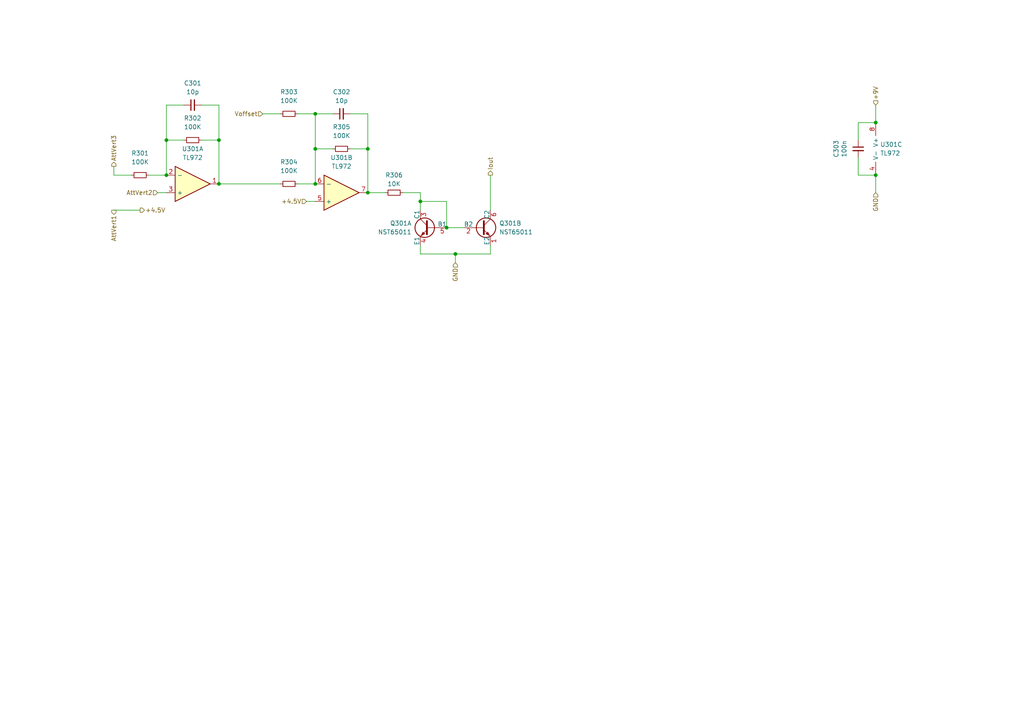
<source format=kicad_sch>
(kicad_sch (version 20211123) (generator eeschema)
  (paper "A4")
  (lib_symbols
    (symbol "Device:C_Small" (pin_numbers hide) (pin_names (offset 0.254) hide)
      (property "Reference" "C" (at 0.254 1.778 0))
      (property "Value" "C_Small" (at 0.254 -2.032 0))
      (symbol "C_Small_0_1"
        (polyline (pts (xy -1.524 -0.508) (xy 1.524 -0.508)) (stroke (width 0.3302)))
        (polyline (pts (xy -1.524 0.508) (xy 1.524 0.508)) (stroke (width 0.3048)))
      )
      (symbol "C_Small_1_1"
        (pin passive line (at 0 2.54 270) (length 2.032) (name "~") (number "1"))
        (pin passive line (at 0 -2.54 90) (length 2.032) (name "~") (number "2"))
      )
    )
    (symbol "Device:Opamp_Dual"
      (property "Reference" "U" (at 0 5.08 0))
      (property "Value" "Opamp_Dual" (at 0 -5.08 0))
      (symbol "Opamp_Dual_1_1"
        (polyline (pts (xy -5.08 5.08) (xy 5.08 0) (xy -5.08 -5.08) (xy -5.08 5.08)) (stroke (width 0.254)) (fill (type background)))
        (pin output line (at 7.62 0 180) (length 2.54) (name "~") (number "1"))
        (pin input line (at -7.62 -2.54 0) (length 2.54) (name "-") (number "2"))
        (pin input line (at -7.62 2.54 0) (length 2.54) (name "+") (number "3"))
      )
      (symbol "Opamp_Dual_2_1"
        (polyline (pts (xy -5.08 5.08) (xy 5.08 0) (xy -5.08 -5.08) (xy -5.08 5.08)) (stroke (width 0.254)) (fill (type background)))
        (pin input line (at -7.62 2.54 0) (length 2.54) (name "+") (number "5"))
        (pin input line (at -7.62 -2.54 0) (length 2.54) (name "-") (number "6"))
        (pin output line (at 7.62 0 180) (length 2.54) (name "~") (number "7"))
      )
      (symbol "Opamp_Dual_3_1"
        (pin power_in line (at -2.54 -7.62 90) (length 3.81) (name "V-") (number "4"))
        (pin power_in line (at -2.54 7.62 270) (length 3.81) (name "V+") (number "8"))
      )
    )
    (symbol "Device:R_Small" (pin_numbers hide) (pin_names (offset 0.254) hide)
      (property "Reference" "R" (at 0.762 0.508 0))
      (property "Value" "R_Small" (at 0.762 -1.016 0))
      (symbol "R_Small_0_1"
        (rectangle (start -0.762 1.778) (end 0.762 -1.778) (stroke (width 0.2032)))
      )
      (symbol "R_Small_1_1"
        (pin passive line (at 0 2.54 270) (length 0.762) (name "~") (number "1"))
        (pin passive line (at 0 -2.54 90) (length 0.762) (name "~") (number "2"))
      )
    )
    (symbol "pedals:NST65011" (pin_names (offset 0))
      (property "Reference" "Q" (at 5.08 1.27 0))
      (property "Value" "NST65011" (at 5.08 -1.27 0))
      (symbol "NST65011_0_1"
        (polyline (pts (xy 0.635 0) (xy -2.54 0)))
        (polyline (pts (xy 0.635 0.635) (xy 2.54 2.54)))
        (polyline (pts (xy 0.635 -0.635) (xy 2.54 -2.54) (xy 2.54 -2.54)))
        (polyline (pts (xy 0.635 1.905) (xy 0.635 -1.905) (xy 0.635 -1.905)) (stroke (width 0.508)))
        (polyline (pts (xy 1.27 -1.778) (xy 1.778 -1.27) (xy 2.286 -2.286) (xy 1.27 -1.778) (xy 1.27 -1.778)) (fill (type outline)))
        (circle (center 1.27 0) (radius 2.8194) (stroke (width 0.254)))
      )
      (symbol "NST65011_1_1"
        (pin passive line (at 2.54 5.08 270) (length 2.54) (name "C1") (number "3"))
        (pin passive line (at 2.54 -5.08 90) (length 2.54) (name "E1") (number "4"))
        (pin input line (at -5.08 0 0) (length 2.54) (name "B1") (number "5"))
      )
      (symbol "NST65011_2_1"
        (pin passive line (at 2.54 -5.08 90) (length 2.54) (name "E2") (number "1"))
        (pin input line (at -5.08 0 0) (length 2.54) (name "B2") (number "2"))
        (pin passive line (at 2.54 5.08 270) (length 2.54) (name "C2") (number "6"))
      )
    )
  )
  (junction (at 63.5 40.64))
  (junction (at 129.54 66.04))
  (junction (at 254 50.8))
  (junction (at 132.08 73.66))
  (junction (at 106.68 55.88))
  (junction (at 63.5 53.34))
  (junction (at 48.26 50.8))
  (junction (at 106.68 43.18))
  (junction (at 91.44 53.34))
  (junction (at 48.26 40.64))
  (junction (at 91.44 33.02))
  (junction (at 91.44 43.18))
  (junction (at 254 35.56))
  (junction (at 121.92 58.42))
  (wire (pts (xy 254 50.8) (xy 254 55.88)))
  (wire (pts (xy 248.92 50.8) (xy 248.92 45.72)))
  (wire (pts (xy 254 30.48) (xy 254 35.56)))
  (wire (pts (xy 58.42 40.64) (xy 63.5 40.64)))
  (wire (pts (xy 248.92 40.64) (xy 248.92 35.56)))
  (wire (pts (xy 33.02 50.8) (xy 38.1 50.8)))
  (wire (pts (xy 129.54 66.04) (xy 134.62 66.04)))
  (wire (pts (xy 43.18 50.8) (xy 48.26 50.8)))
  (wire (pts (xy 48.26 30.48) (xy 48.26 40.64)))
  (wire (pts (xy 91.44 33.02) (xy 91.44 43.18)))
  (wire (pts (xy 63.5 40.64) (xy 63.5 53.34)))
  (wire (pts (xy 53.34 30.48) (xy 48.26 30.48)))
  (wire (pts (xy 63.5 53.34) (xy 81.28 53.34)))
  (wire (pts (xy 129.54 66.04) (xy 129.54 58.42)))
  (wire (pts (xy 88.9 58.42) (xy 91.44 58.42)))
  (wire (pts (xy 121.92 58.42) (xy 121.92 55.88)))
  (wire (pts (xy 58.42 30.48) (xy 63.5 30.48)))
  (wire (pts (xy 33.02 48.26) (xy 33.02 50.8)))
  (wire (pts (xy 91.44 43.18) (xy 91.44 53.34)))
  (wire (pts (xy 142.24 73.66) (xy 142.24 71.12)))
  (wire (pts (xy 76.2 33.02) (xy 81.28 33.02)))
  (wire (pts (xy 86.36 53.34) (xy 91.44 53.34)))
  (wire (pts (xy 63.5 30.48) (xy 63.5 40.64)))
  (wire (pts (xy 132.08 73.66) (xy 142.24 73.66)))
  (wire (pts (xy 106.68 43.18) (xy 106.68 55.88)))
  (wire (pts (xy 132.08 73.66) (xy 132.08 76.2)))
  (wire (pts (xy 142.24 50.8) (xy 142.24 60.96)))
  (wire (pts (xy 106.68 33.02) (xy 106.68 43.18)))
  (wire (pts (xy 106.68 55.88) (xy 111.76 55.88)))
  (wire (pts (xy 33.02 60.96) (xy 40.64 60.96)))
  (wire (pts (xy 121.92 73.66) (xy 121.92 71.12)))
  (wire (pts (xy 121.92 73.66) (xy 132.08 73.66)))
  (wire (pts (xy 101.6 33.02) (xy 106.68 33.02)))
  (wire (pts (xy 254 50.8) (xy 248.92 50.8)))
  (wire (pts (xy 48.26 40.64) (xy 53.34 40.64)))
  (wire (pts (xy 101.6 43.18) (xy 106.68 43.18)))
  (wire (pts (xy 96.52 33.02) (xy 91.44 33.02)))
  (wire (pts (xy 121.92 60.96) (xy 121.92 58.42)))
  (wire (pts (xy 116.84 55.88) (xy 121.92 55.88)))
  (wire (pts (xy 96.52 43.18) (xy 91.44 43.18)))
  (wire (pts (xy 248.92 35.56) (xy 254 35.56)))
  (wire (pts (xy 48.26 50.8) (xy 48.26 40.64)))
  (wire (pts (xy 86.36 33.02) (xy 91.44 33.02)))
  (wire (pts (xy 129.54 58.42) (xy 121.92 58.42)))
  (wire (pts (xy 45.72 55.88) (xy 48.26 55.88)))
  (hierarchical_label "Iout" (shape output) (at 142.24 50.8 90))
  (hierarchical_label "AttVert1" (shape output) (at 33.02 60.96 270))
  (hierarchical_label "GND" (shape input) (at 254 55.88 270))
  (hierarchical_label "AttVert2" (shape input) (at 45.72 55.88 180))
  (hierarchical_label "+4.5V" (shape input) (at 88.9 58.42 180))
  (hierarchical_label "+4.5V" (shape output) (at 40.64 60.96 0))
  (hierarchical_label "GND" (shape input) (at 132.08 76.2 270))
  (hierarchical_label "AttVert3" (shape output) (at 33.02 48.26 90))
  (hierarchical_label "Voffset" (shape input) (at 76.2 33.02 180))
  (hierarchical_label "+9V" (shape input) (at 254 30.48 90))
  (symbol (lib_id "Device:C_Small") (at 248.92 43.18 0) (unit 1)
    (property "Reference" "C303" (at 242.5192 43.18 90))
    (property "Value" "100n" (at 244.8306 43.18 90))
    (property "Footprint" "Capacitor_SMD:C_0603_1608Metric_Pad1.08x0.95mm_HandSolder" (effects hide))
    (property "LCSC" "C497032" (effects hide))
    (property "Mouser" "80-C0603C104M5RAUTO" (effects hide))
  )
  (symbol (lib_id "pedals:NST65011") (at 124.46 66.04 0) (mirror y) (unit 1)
    (property "Reference" "Q301" (at 119.38 64.7699 0) (effects (justify left)))
    (property "Value" "NST65011" (at 119.38 67.3099 0) (effects (justify left)))
    (property "Footprint" "Package_TO_SOT_SMD:SOT-363_SC-70-6_Handsoldering" (effects hide))
    (property "Datasheet" "https://eu.mouser.com/datasheet/2/308/1/NST65011MW6_D-2318352.pdf" (effects hide))
  )
  (symbol (lib_id "Device:R_Small") (at 40.64 50.8 90) (unit 1)
    (property "Reference" "R301" (at 40.64 44.45 90))
    (property "Value" "100K" (at 40.64 46.99 90))
    (property "Footprint" "Resistor_SMD:R_0603_1608Metric_Pad0.98x0.95mm_HandSolder" (effects hide))
  )
  (symbol (lib_id "pedals:NST65011") (at 139.7 66.04 0) (unit 2)
    (property "Reference" "Q301" (at 144.78 64.7699 0) (effects (justify left)))
    (property "Value" "NST65011" (at 144.78 67.3099 0) (effects (justify left)))
    (property "Footprint" "Package_TO_SOT_SMD:SOT-363_SC-70-6_Handsoldering" (effects hide))
    (property "Datasheet" "https://eu.mouser.com/datasheet/2/308/1/NST65011MW6_D-2318352.pdf" (effects hide))
  )
  (symbol (lib_id "Device:Opamp_Dual") (at 256.54 43.18 0) (unit 3)
    (property "Reference" "U301" (at 255.27 41.9099 0) (effects (justify left)))
    (property "Value" "TL972" (at 255.27 44.4499 0) (effects (justify left)))
    (property "Footprint" "Package_SO:SOIC-8_3.9x4.9mm_P1.27mm" (effects hide))
  )
  (symbol (lib_id "Device:C_Small") (at 99.06 33.02 90) (unit 1)
    (property "Reference" "C302" (at 99.0663 26.67 90))
    (property "Value" "10p" (at 99.0663 29.21 90))
    (property "Footprint" "Capacitor_SMD:C_0603_1608Metric_Pad1.08x0.95mm_HandSolder" (effects hide))
  )
  (symbol (lib_id "Device:R_Small") (at 55.88 40.64 90) (unit 1)
    (property "Reference" "R302" (at 55.88 34.29 90))
    (property "Value" "100K" (at 55.88 36.83 90))
    (property "Footprint" "Resistor_SMD:R_0603_1608Metric_Pad0.98x0.95mm_HandSolder" (effects hide))
  )
  (symbol (lib_id "Device:R_Small") (at 83.82 53.34 90) (unit 1)
    (property "Reference" "R304" (at 83.82 46.99 90))
    (property "Value" "100K" (at 83.82 49.53 90))
    (property "Footprint" "Resistor_SMD:R_0603_1608Metric_Pad0.98x0.95mm_HandSolder" (effects hide))
  )
  (symbol (lib_id "Device:R_Small") (at 114.3 55.88 90) (unit 1)
    (property "Reference" "R306" (at 114.3 50.8 90))
    (property "Value" "10K" (at 114.3 53.34 90))
    (property "Footprint" "Resistor_SMD:R_0603_1608Metric_Pad0.98x0.95mm_HandSolder" (effects hide))
    (property "LCSC" "C98220" (effects hide))
    (property "Mouser" "603-RT0603DRE1010KL" (effects hide))
  )
  (symbol (lib_id "Device:Opamp_Dual") (at 55.88 53.34 0) (mirror x) (unit 1)
    (property "Reference" "U301" (at 55.88 43.18 0))
    (property "Value" "TL972" (at 55.88 45.72 0))
    (property "Footprint" "Package_SO:SOIC-8_3.9x4.9mm_P1.27mm" (effects hide))
  )
  (symbol (lib_id "Device:Opamp_Dual") (at 99.06 55.88 0) (mirror x) (unit 2)
    (property "Reference" "U301" (at 99.06 45.72 0))
    (property "Value" "TL972" (at 99.06 48.26 0))
    (property "Footprint" "Package_SO:SOIC-8_3.9x4.9mm_P1.27mm" (effects hide))
  )
  (symbol (lib_id "Device:C_Small") (at 55.88 30.48 90) (unit 1)
    (property "Reference" "C301" (at 55.8863 24.13 90))
    (property "Value" "10p" (at 55.8863 26.67 90))
    (property "Footprint" "Capacitor_SMD:C_0603_1608Metric_Pad1.08x0.95mm_HandSolder" (effects hide))
  )
  (symbol (lib_id "Device:R_Small") (at 99.06 43.18 90) (unit 1)
    (property "Reference" "R305" (at 99.06 36.83 90))
    (property "Value" "100K" (at 99.06 39.37 90))
    (property "Footprint" "Resistor_SMD:R_0603_1608Metric_Pad0.98x0.95mm_HandSolder" (effects hide))
  )
  (symbol (lib_id "Device:R_Small") (at 83.82 33.02 90) (unit 1)
    (property "Reference" "R303" (at 83.82 26.67 90))
    (property "Value" "100K" (at 83.82 29.21 90))
    (property "Footprint" "Resistor_SMD:R_0603_1608Metric_Pad0.98x0.95mm_HandSolder" (effects hide))
  )
)
</source>
